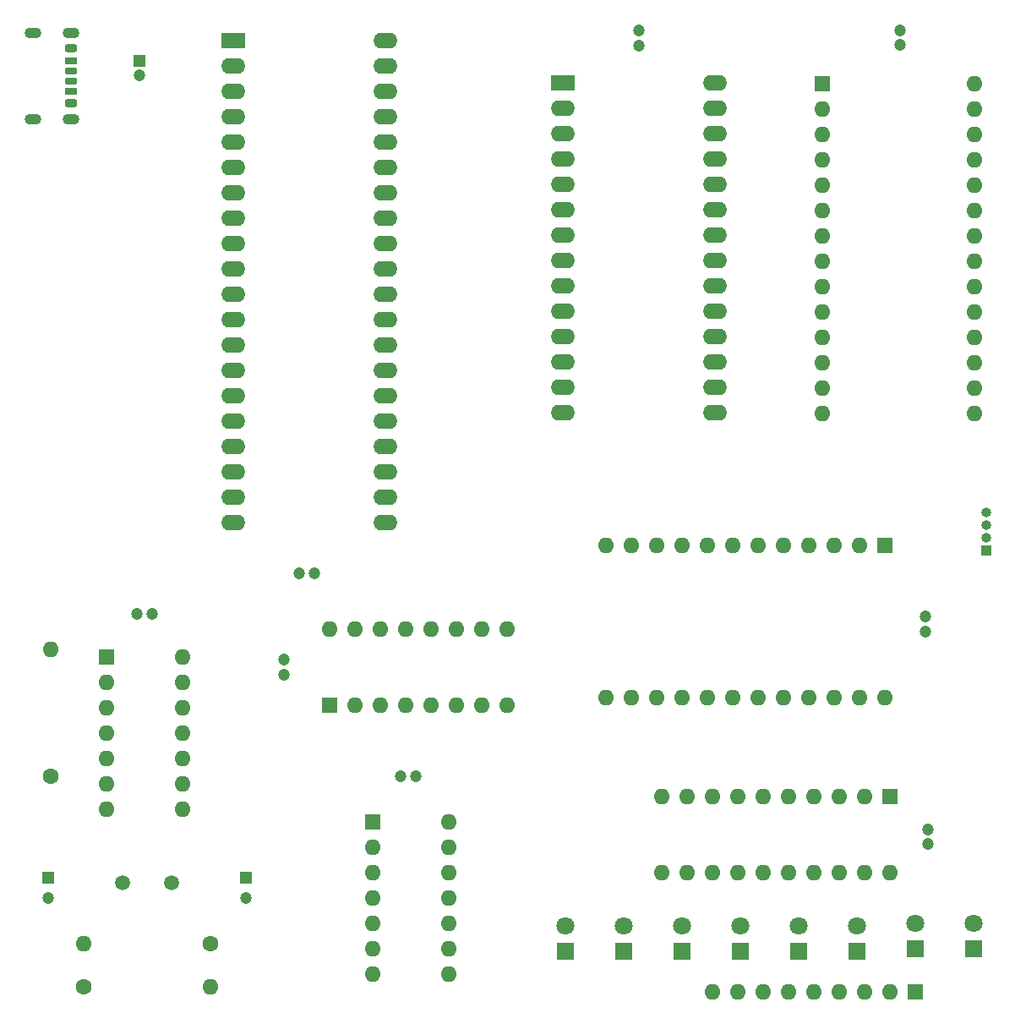
<source format=gts>
%TF.GenerationSoftware,KiCad,Pcbnew,7.0.8*%
%TF.CreationDate,2023-10-09T15:42:04+02:00*%
%TF.ProjectId,Z80_SBC,5a38305f-5342-4432-9e6b-696361645f70,rev?*%
%TF.SameCoordinates,Original*%
%TF.FileFunction,Soldermask,Top*%
%TF.FilePolarity,Negative*%
%FSLAX46Y46*%
G04 Gerber Fmt 4.6, Leading zero omitted, Abs format (unit mm)*
G04 Created by KiCad (PCBNEW 7.0.8) date 2023-10-09 15:42:04*
%MOMM*%
%LPD*%
G01*
G04 APERTURE LIST*
G04 Aperture macros list*
%AMRoundRect*
0 Rectangle with rounded corners*
0 $1 Rounding radius*
0 $2 $3 $4 $5 $6 $7 $8 $9 X,Y pos of 4 corners*
0 Add a 4 corners polygon primitive as box body*
4,1,4,$2,$3,$4,$5,$6,$7,$8,$9,$2,$3,0*
0 Add four circle primitives for the rounded corners*
1,1,$1+$1,$2,$3*
1,1,$1+$1,$4,$5*
1,1,$1+$1,$6,$7*
1,1,$1+$1,$8,$9*
0 Add four rect primitives between the rounded corners*
20,1,$1+$1,$2,$3,$4,$5,0*
20,1,$1+$1,$4,$5,$6,$7,0*
20,1,$1+$1,$6,$7,$8,$9,0*
20,1,$1+$1,$8,$9,$2,$3,0*%
G04 Aperture macros list end*
%ADD10C,1.200000*%
%ADD11R,1.800000X1.800000*%
%ADD12C,1.800000*%
%ADD13C,1.600000*%
%ADD14O,1.600000X1.600000*%
%ADD15RoundRect,0.175000X-0.425000X0.175000X-0.425000X-0.175000X0.425000X-0.175000X0.425000X0.175000X0*%
%ADD16RoundRect,0.190000X0.410000X-0.190000X0.410000X0.190000X-0.410000X0.190000X-0.410000X-0.190000X0*%
%ADD17RoundRect,0.200000X0.400000X-0.200000X0.400000X0.200000X-0.400000X0.200000X-0.400000X-0.200000X0*%
%ADD18RoundRect,0.175000X0.425000X-0.175000X0.425000X0.175000X-0.425000X0.175000X-0.425000X-0.175000X0*%
%ADD19RoundRect,0.190000X-0.410000X0.190000X-0.410000X-0.190000X0.410000X-0.190000X0.410000X0.190000X0*%
%ADD20RoundRect,0.200000X-0.400000X0.200000X-0.400000X-0.200000X0.400000X-0.200000X0.400000X0.200000X0*%
%ADD21O,1.700000X1.100000*%
%ADD22R,2.400000X1.600000*%
%ADD23O,2.400000X1.600000*%
%ADD24R,1.600000X1.600000*%
%ADD25R,1.200000X1.200000*%
%ADD26R,1.000000X1.000000*%
%ADD27O,1.000000X1.000000*%
%ADD28C,1.500000*%
G04 APERTURE END LIST*
D10*
%TO.C,C4*%
X129254000Y-93467000D03*
X127754000Y-93467000D03*
%TD*%
D11*
%TO.C,D8*%
X195306000Y-131059000D03*
D12*
X195306000Y-128519000D03*
%TD*%
D11*
%TO.C,D7*%
X189464000Y-131059000D03*
D12*
X189464000Y-128519000D03*
%TD*%
D13*
%TO.C,R4*%
X102850000Y-113787000D03*
D14*
X102850000Y-101087000D03*
%TD*%
D11*
%TO.C,D3*%
X166096000Y-131313000D03*
D12*
X166096000Y-128773000D03*
%TD*%
D15*
%TO.C,J1*%
X104914000Y-43183000D03*
D16*
X104914000Y-45203000D03*
D17*
X104914000Y-46433000D03*
D18*
X104914000Y-44183000D03*
D19*
X104914000Y-42163000D03*
D20*
X104914000Y-40933000D03*
D21*
X104834000Y-39363000D03*
X101034000Y-39363000D03*
X104834000Y-48003000D03*
X101034000Y-48003000D03*
%TD*%
D22*
%TO.C,U1*%
X121158000Y-40132000D03*
D23*
X121158000Y-42672000D03*
X121158000Y-45212000D03*
X121158000Y-47752000D03*
X121158000Y-50292000D03*
X121158000Y-52832000D03*
X121158000Y-55372000D03*
X121158000Y-57912000D03*
X121158000Y-60452000D03*
X121158000Y-62992000D03*
X121158000Y-65532000D03*
X121158000Y-68072000D03*
X121158000Y-70612000D03*
X121158000Y-73152000D03*
X121158000Y-75692000D03*
X121158000Y-78232000D03*
X121158000Y-80772000D03*
X121158000Y-83312000D03*
X121158000Y-85852000D03*
X121158000Y-88392000D03*
X136398000Y-88392000D03*
X136398000Y-85852000D03*
X136398000Y-83312000D03*
X136398000Y-80772000D03*
X136398000Y-78232000D03*
X136398000Y-75692000D03*
X136398000Y-73152000D03*
X136398000Y-70612000D03*
X136398000Y-68072000D03*
X136398000Y-65532000D03*
X136398000Y-62992000D03*
X136398000Y-60452000D03*
X136398000Y-57912000D03*
X136398000Y-55372000D03*
X136398000Y-52832000D03*
X136398000Y-50292000D03*
X136398000Y-47752000D03*
X136398000Y-45212000D03*
X136398000Y-42672000D03*
X136398000Y-40132000D03*
%TD*%
D24*
%TO.C,U4*%
X108438000Y-101849000D03*
D14*
X108438000Y-104389000D03*
X108438000Y-106929000D03*
X108438000Y-109469000D03*
X108438000Y-112009000D03*
X108438000Y-114549000D03*
X108438000Y-117089000D03*
X116058000Y-117089000D03*
X116058000Y-114549000D03*
X116058000Y-112009000D03*
X116058000Y-109469000D03*
X116058000Y-106929000D03*
X116058000Y-104389000D03*
X116058000Y-101849000D03*
%TD*%
D10*
%TO.C,C5*%
X139424000Y-113787000D03*
X137924000Y-113787000D03*
%TD*%
D25*
%TO.C,C1*%
X102596000Y-123975401D03*
D10*
X102596000Y-125975401D03*
%TD*%
%TO.C,C11*%
X161798000Y-39128000D03*
X161798000Y-40628000D03*
%TD*%
D26*
%TO.C,J2*%
X196576000Y-91181000D03*
D27*
X196576000Y-89911000D03*
X196576000Y-88641000D03*
X196576000Y-87371000D03*
%TD*%
D28*
%TO.C,Y1*%
X114952000Y-124440000D03*
X110052000Y-124440000D03*
%TD*%
D22*
%TO.C,U3*%
X154142000Y-44388000D03*
D23*
X154142000Y-46928000D03*
X154142000Y-49468000D03*
X154142000Y-52008000D03*
X154142000Y-54548000D03*
X154142000Y-57088000D03*
X154142000Y-59628000D03*
X154142000Y-62168000D03*
X154142000Y-64708000D03*
X154142000Y-67248000D03*
X154142000Y-69788000D03*
X154142000Y-72328000D03*
X154142000Y-74868000D03*
X154142000Y-77408000D03*
X169382000Y-77408000D03*
X169382000Y-74868000D03*
X169382000Y-72328000D03*
X169382000Y-69788000D03*
X169382000Y-67248000D03*
X169382000Y-64708000D03*
X169382000Y-62168000D03*
X169382000Y-59628000D03*
X169382000Y-57088000D03*
X169382000Y-54548000D03*
X169382000Y-52008000D03*
X169382000Y-49468000D03*
X169382000Y-46928000D03*
X169382000Y-44388000D03*
%TD*%
D11*
%TO.C,D2*%
X160254000Y-131313000D03*
D12*
X160254000Y-128773000D03*
%TD*%
D24*
%TO.C,U8*%
X135118000Y-118359000D03*
D14*
X135118000Y-120899000D03*
X135118000Y-123439000D03*
X135118000Y-125979000D03*
X135118000Y-128519000D03*
X135118000Y-131059000D03*
X135118000Y-133599000D03*
X142738000Y-133599000D03*
X142738000Y-131059000D03*
X142738000Y-128519000D03*
X142738000Y-125979000D03*
X142738000Y-123439000D03*
X142738000Y-120899000D03*
X142738000Y-118359000D03*
%TD*%
D13*
%TO.C,R1*%
X106152000Y-134854000D03*
D14*
X118852000Y-134854000D03*
%TD*%
D24*
%TO.C,RN1*%
X189464000Y-135377000D03*
D14*
X186924000Y-135377000D03*
X184384000Y-135377000D03*
X181844000Y-135377000D03*
X179304000Y-135377000D03*
X176764000Y-135377000D03*
X174224000Y-135377000D03*
X171684000Y-135377000D03*
X169144000Y-135377000D03*
%TD*%
D25*
%TO.C,C3*%
X111760000Y-42164000D03*
D10*
X111760000Y-43664000D03*
%TD*%
%TO.C,C7*%
X126218000Y-102115000D03*
X126218000Y-103615000D03*
%TD*%
D24*
%TO.C,U6*%
X186416000Y-90673000D03*
D14*
X183876000Y-90673000D03*
X181336000Y-90673000D03*
X178796000Y-90673000D03*
X176256000Y-90673000D03*
X173716000Y-90673000D03*
X171176000Y-90673000D03*
X168636000Y-90673000D03*
X166096000Y-90673000D03*
X163556000Y-90673000D03*
X161016000Y-90673000D03*
X158476000Y-90673000D03*
X158476000Y-105913000D03*
X161016000Y-105913000D03*
X163556000Y-105913000D03*
X166096000Y-105913000D03*
X168636000Y-105913000D03*
X171176000Y-105913000D03*
X173716000Y-105913000D03*
X176256000Y-105913000D03*
X178796000Y-105913000D03*
X181336000Y-105913000D03*
X183876000Y-105913000D03*
X186416000Y-105913000D03*
%TD*%
D24*
%TO.C,U7*%
X186924000Y-115819000D03*
D14*
X184384000Y-115819000D03*
X181844000Y-115819000D03*
X179304000Y-115819000D03*
X176764000Y-115819000D03*
X174224000Y-115819000D03*
X171684000Y-115819000D03*
X169144000Y-115819000D03*
X166604000Y-115819000D03*
X164064000Y-115819000D03*
X164064000Y-123439000D03*
X166604000Y-123439000D03*
X169144000Y-123439000D03*
X171684000Y-123439000D03*
X174224000Y-123439000D03*
X176764000Y-123439000D03*
X179304000Y-123439000D03*
X181844000Y-123439000D03*
X184384000Y-123439000D03*
X186924000Y-123439000D03*
%TD*%
D11*
%TO.C,D1*%
X154412000Y-131313000D03*
D12*
X154412000Y-128773000D03*
%TD*%
D24*
%TO.C,U5*%
X130790000Y-106675000D03*
D14*
X133330000Y-106675000D03*
X135870000Y-106675000D03*
X138410000Y-106675000D03*
X140950000Y-106675000D03*
X143490000Y-106675000D03*
X146030000Y-106675000D03*
X148570000Y-106675000D03*
X148570000Y-99055000D03*
X146030000Y-99055000D03*
X143490000Y-99055000D03*
X140950000Y-99055000D03*
X138410000Y-99055000D03*
X135870000Y-99055000D03*
X133330000Y-99055000D03*
X130790000Y-99055000D03*
%TD*%
D25*
%TO.C,C2*%
X122408000Y-123975401D03*
D10*
X122408000Y-125975401D03*
%TD*%
%TO.C,C9*%
X190754000Y-119126000D03*
X190754000Y-120626000D03*
%TD*%
D13*
%TO.C,R2*%
X118852000Y-130536000D03*
D14*
X106152000Y-130536000D03*
%TD*%
D24*
%TO.C,U2*%
X180142000Y-44468000D03*
D14*
X180142000Y-47008000D03*
X180142000Y-49548000D03*
X180142000Y-52088000D03*
X180142000Y-54628000D03*
X180142000Y-57168000D03*
X180142000Y-59708000D03*
X180142000Y-62248000D03*
X180142000Y-64788000D03*
X180142000Y-67328000D03*
X180142000Y-69868000D03*
X180142000Y-72408000D03*
X180142000Y-74948000D03*
X180142000Y-77488000D03*
X195382000Y-77488000D03*
X195382000Y-74948000D03*
X195382000Y-72408000D03*
X195382000Y-69868000D03*
X195382000Y-67328000D03*
X195382000Y-64788000D03*
X195382000Y-62248000D03*
X195382000Y-59708000D03*
X195382000Y-57168000D03*
X195382000Y-54628000D03*
X195382000Y-52088000D03*
X195382000Y-49548000D03*
X195382000Y-47008000D03*
X195382000Y-44468000D03*
%TD*%
D11*
%TO.C,D6*%
X183622000Y-131313000D03*
D12*
X183622000Y-128773000D03*
%TD*%
D10*
%TO.C,C6*%
X190500000Y-97802000D03*
X190500000Y-99302000D03*
%TD*%
%TO.C,C10*%
X187960000Y-39116000D03*
X187960000Y-40616000D03*
%TD*%
%TO.C,C8*%
X112998000Y-97536000D03*
X111498000Y-97536000D03*
%TD*%
D11*
%TO.C,D5*%
X177780000Y-131313000D03*
D12*
X177780000Y-128773000D03*
%TD*%
D11*
%TO.C,D4*%
X171938000Y-131313000D03*
D12*
X171938000Y-128773000D03*
%TD*%
M02*

</source>
